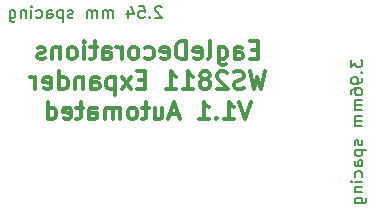
<source format=gbr>
G04 #@! TF.GenerationSoftware,KiCad,Pcbnew,(5.0.0)*
G04 #@! TF.CreationDate,2020-05-23T19:44:18-07:00*
G04 #@! TF.ProjectId,WS2811 Expander,57533238313120457870616E6465722E,rev?*
G04 #@! TF.SameCoordinates,Original*
G04 #@! TF.FileFunction,Legend,Bot*
G04 #@! TF.FilePolarity,Positive*
%FSLAX46Y46*%
G04 Gerber Fmt 4.6, Leading zero omitted, Abs format (unit mm)*
G04 Created by KiCad (PCBNEW (5.0.0)) date 05/23/20 19:44:18*
%MOMM*%
%LPD*%
G01*
G04 APERTURE LIST*
%ADD10C,0.150000*%
%ADD11C,0.300000*%
G04 APERTURE END LIST*
D10*
X150932380Y-26937619D02*
X150884761Y-26890000D01*
X150789523Y-26842380D01*
X150551428Y-26842380D01*
X150456190Y-26890000D01*
X150408571Y-26937619D01*
X150360952Y-27032857D01*
X150360952Y-27128095D01*
X150408571Y-27270952D01*
X150980000Y-27842380D01*
X150360952Y-27842380D01*
X149932380Y-27747142D02*
X149884761Y-27794761D01*
X149932380Y-27842380D01*
X149980000Y-27794761D01*
X149932380Y-27747142D01*
X149932380Y-27842380D01*
X148980000Y-26842380D02*
X149456190Y-26842380D01*
X149503809Y-27318571D01*
X149456190Y-27270952D01*
X149360952Y-27223333D01*
X149122857Y-27223333D01*
X149027619Y-27270952D01*
X148980000Y-27318571D01*
X148932380Y-27413809D01*
X148932380Y-27651904D01*
X148980000Y-27747142D01*
X149027619Y-27794761D01*
X149122857Y-27842380D01*
X149360952Y-27842380D01*
X149456190Y-27794761D01*
X149503809Y-27747142D01*
X148075238Y-27175714D02*
X148075238Y-27842380D01*
X148313333Y-26794761D02*
X148551428Y-27509047D01*
X147932380Y-27509047D01*
X146789523Y-27842380D02*
X146789523Y-27175714D01*
X146789523Y-27270952D02*
X146741904Y-27223333D01*
X146646666Y-27175714D01*
X146503809Y-27175714D01*
X146408571Y-27223333D01*
X146360952Y-27318571D01*
X146360952Y-27842380D01*
X146360952Y-27318571D02*
X146313333Y-27223333D01*
X146218095Y-27175714D01*
X146075238Y-27175714D01*
X145980000Y-27223333D01*
X145932380Y-27318571D01*
X145932380Y-27842380D01*
X145456190Y-27842380D02*
X145456190Y-27175714D01*
X145456190Y-27270952D02*
X145408571Y-27223333D01*
X145313333Y-27175714D01*
X145170476Y-27175714D01*
X145075238Y-27223333D01*
X145027619Y-27318571D01*
X145027619Y-27842380D01*
X145027619Y-27318571D02*
X144980000Y-27223333D01*
X144884761Y-27175714D01*
X144741904Y-27175714D01*
X144646666Y-27223333D01*
X144599047Y-27318571D01*
X144599047Y-27842380D01*
X143408571Y-27794761D02*
X143313333Y-27842380D01*
X143122857Y-27842380D01*
X143027619Y-27794761D01*
X142980000Y-27699523D01*
X142980000Y-27651904D01*
X143027619Y-27556666D01*
X143122857Y-27509047D01*
X143265714Y-27509047D01*
X143360952Y-27461428D01*
X143408571Y-27366190D01*
X143408571Y-27318571D01*
X143360952Y-27223333D01*
X143265714Y-27175714D01*
X143122857Y-27175714D01*
X143027619Y-27223333D01*
X142551428Y-27175714D02*
X142551428Y-28175714D01*
X142551428Y-27223333D02*
X142456190Y-27175714D01*
X142265714Y-27175714D01*
X142170476Y-27223333D01*
X142122857Y-27270952D01*
X142075238Y-27366190D01*
X142075238Y-27651904D01*
X142122857Y-27747142D01*
X142170476Y-27794761D01*
X142265714Y-27842380D01*
X142456190Y-27842380D01*
X142551428Y-27794761D01*
X141218095Y-27842380D02*
X141218095Y-27318571D01*
X141265714Y-27223333D01*
X141360952Y-27175714D01*
X141551428Y-27175714D01*
X141646666Y-27223333D01*
X141218095Y-27794761D02*
X141313333Y-27842380D01*
X141551428Y-27842380D01*
X141646666Y-27794761D01*
X141694285Y-27699523D01*
X141694285Y-27604285D01*
X141646666Y-27509047D01*
X141551428Y-27461428D01*
X141313333Y-27461428D01*
X141218095Y-27413809D01*
X140313333Y-27794761D02*
X140408571Y-27842380D01*
X140599047Y-27842380D01*
X140694285Y-27794761D01*
X140741904Y-27747142D01*
X140789523Y-27651904D01*
X140789523Y-27366190D01*
X140741904Y-27270952D01*
X140694285Y-27223333D01*
X140599047Y-27175714D01*
X140408571Y-27175714D01*
X140313333Y-27223333D01*
X139884761Y-27842380D02*
X139884761Y-27175714D01*
X139884761Y-26842380D02*
X139932380Y-26890000D01*
X139884761Y-26937619D01*
X139837142Y-26890000D01*
X139884761Y-26842380D01*
X139884761Y-26937619D01*
X139408571Y-27175714D02*
X139408571Y-27842380D01*
X139408571Y-27270952D02*
X139360952Y-27223333D01*
X139265714Y-27175714D01*
X139122857Y-27175714D01*
X139027619Y-27223333D01*
X138980000Y-27318571D01*
X138980000Y-27842380D01*
X138075238Y-27175714D02*
X138075238Y-27985238D01*
X138122857Y-28080476D01*
X138170476Y-28128095D01*
X138265714Y-28175714D01*
X138408571Y-28175714D01*
X138503809Y-28128095D01*
X138075238Y-27794761D02*
X138170476Y-27842380D01*
X138360952Y-27842380D01*
X138456190Y-27794761D01*
X138503809Y-27747142D01*
X138551428Y-27651904D01*
X138551428Y-27366190D01*
X138503809Y-27270952D01*
X138456190Y-27223333D01*
X138360952Y-27175714D01*
X138170476Y-27175714D01*
X138075238Y-27223333D01*
X166922380Y-31370952D02*
X166922380Y-31990000D01*
X167303333Y-31656666D01*
X167303333Y-31799523D01*
X167350952Y-31894761D01*
X167398571Y-31942380D01*
X167493809Y-31990000D01*
X167731904Y-31990000D01*
X167827142Y-31942380D01*
X167874761Y-31894761D01*
X167922380Y-31799523D01*
X167922380Y-31513809D01*
X167874761Y-31418571D01*
X167827142Y-31370952D01*
X167827142Y-32418571D02*
X167874761Y-32466190D01*
X167922380Y-32418571D01*
X167874761Y-32370952D01*
X167827142Y-32418571D01*
X167922380Y-32418571D01*
X167922380Y-32942380D02*
X167922380Y-33132857D01*
X167874761Y-33228095D01*
X167827142Y-33275714D01*
X167684285Y-33370952D01*
X167493809Y-33418571D01*
X167112857Y-33418571D01*
X167017619Y-33370952D01*
X166970000Y-33323333D01*
X166922380Y-33228095D01*
X166922380Y-33037619D01*
X166970000Y-32942380D01*
X167017619Y-32894761D01*
X167112857Y-32847142D01*
X167350952Y-32847142D01*
X167446190Y-32894761D01*
X167493809Y-32942380D01*
X167541428Y-33037619D01*
X167541428Y-33228095D01*
X167493809Y-33323333D01*
X167446190Y-33370952D01*
X167350952Y-33418571D01*
X166922380Y-34275714D02*
X166922380Y-34085238D01*
X166970000Y-33990000D01*
X167017619Y-33942380D01*
X167160476Y-33847142D01*
X167350952Y-33799523D01*
X167731904Y-33799523D01*
X167827142Y-33847142D01*
X167874761Y-33894761D01*
X167922380Y-33990000D01*
X167922380Y-34180476D01*
X167874761Y-34275714D01*
X167827142Y-34323333D01*
X167731904Y-34370952D01*
X167493809Y-34370952D01*
X167398571Y-34323333D01*
X167350952Y-34275714D01*
X167303333Y-34180476D01*
X167303333Y-33990000D01*
X167350952Y-33894761D01*
X167398571Y-33847142D01*
X167493809Y-33799523D01*
X167922380Y-34799523D02*
X167255714Y-34799523D01*
X167350952Y-34799523D02*
X167303333Y-34847142D01*
X167255714Y-34942380D01*
X167255714Y-35085238D01*
X167303333Y-35180476D01*
X167398571Y-35228095D01*
X167922380Y-35228095D01*
X167398571Y-35228095D02*
X167303333Y-35275714D01*
X167255714Y-35370952D01*
X167255714Y-35513809D01*
X167303333Y-35609047D01*
X167398571Y-35656666D01*
X167922380Y-35656666D01*
X167922380Y-36132857D02*
X167255714Y-36132857D01*
X167350952Y-36132857D02*
X167303333Y-36180476D01*
X167255714Y-36275714D01*
X167255714Y-36418571D01*
X167303333Y-36513809D01*
X167398571Y-36561428D01*
X167922380Y-36561428D01*
X167398571Y-36561428D02*
X167303333Y-36609047D01*
X167255714Y-36704285D01*
X167255714Y-36847142D01*
X167303333Y-36942380D01*
X167398571Y-36990000D01*
X167922380Y-36990000D01*
X167874761Y-38180476D02*
X167922380Y-38275714D01*
X167922380Y-38466190D01*
X167874761Y-38561428D01*
X167779523Y-38609047D01*
X167731904Y-38609047D01*
X167636666Y-38561428D01*
X167589047Y-38466190D01*
X167589047Y-38323333D01*
X167541428Y-38228095D01*
X167446190Y-38180476D01*
X167398571Y-38180476D01*
X167303333Y-38228095D01*
X167255714Y-38323333D01*
X167255714Y-38466190D01*
X167303333Y-38561428D01*
X167255714Y-39037619D02*
X168255714Y-39037619D01*
X167303333Y-39037619D02*
X167255714Y-39132857D01*
X167255714Y-39323333D01*
X167303333Y-39418571D01*
X167350952Y-39466190D01*
X167446190Y-39513809D01*
X167731904Y-39513809D01*
X167827142Y-39466190D01*
X167874761Y-39418571D01*
X167922380Y-39323333D01*
X167922380Y-39132857D01*
X167874761Y-39037619D01*
X167922380Y-40370952D02*
X167398571Y-40370952D01*
X167303333Y-40323333D01*
X167255714Y-40228095D01*
X167255714Y-40037619D01*
X167303333Y-39942380D01*
X167874761Y-40370952D02*
X167922380Y-40275714D01*
X167922380Y-40037619D01*
X167874761Y-39942380D01*
X167779523Y-39894761D01*
X167684285Y-39894761D01*
X167589047Y-39942380D01*
X167541428Y-40037619D01*
X167541428Y-40275714D01*
X167493809Y-40370952D01*
X167874761Y-41275714D02*
X167922380Y-41180476D01*
X167922380Y-40990000D01*
X167874761Y-40894761D01*
X167827142Y-40847142D01*
X167731904Y-40799523D01*
X167446190Y-40799523D01*
X167350952Y-40847142D01*
X167303333Y-40894761D01*
X167255714Y-40990000D01*
X167255714Y-41180476D01*
X167303333Y-41275714D01*
X167922380Y-41704285D02*
X167255714Y-41704285D01*
X166922380Y-41704285D02*
X166970000Y-41656666D01*
X167017619Y-41704285D01*
X166970000Y-41751904D01*
X166922380Y-41704285D01*
X167017619Y-41704285D01*
X167255714Y-42180476D02*
X167922380Y-42180476D01*
X167350952Y-42180476D02*
X167303333Y-42228095D01*
X167255714Y-42323333D01*
X167255714Y-42466190D01*
X167303333Y-42561428D01*
X167398571Y-42609047D01*
X167922380Y-42609047D01*
X167255714Y-43513809D02*
X168065238Y-43513809D01*
X168160476Y-43466190D01*
X168208095Y-43418571D01*
X168255714Y-43323333D01*
X168255714Y-43180476D01*
X168208095Y-43085238D01*
X167874761Y-43513809D02*
X167922380Y-43418571D01*
X167922380Y-43228095D01*
X167874761Y-43132857D01*
X167827142Y-43085238D01*
X167731904Y-43037619D01*
X167446190Y-43037619D01*
X167350952Y-43085238D01*
X167303333Y-43132857D01*
X167255714Y-43228095D01*
X167255714Y-43418571D01*
X167303333Y-43513809D01*
D11*
X159101428Y-30532857D02*
X158601428Y-30532857D01*
X158387142Y-31318571D02*
X159101428Y-31318571D01*
X159101428Y-29818571D01*
X158387142Y-29818571D01*
X157101428Y-31318571D02*
X157101428Y-30532857D01*
X157172857Y-30390000D01*
X157315714Y-30318571D01*
X157601428Y-30318571D01*
X157744285Y-30390000D01*
X157101428Y-31247142D02*
X157244285Y-31318571D01*
X157601428Y-31318571D01*
X157744285Y-31247142D01*
X157815714Y-31104285D01*
X157815714Y-30961428D01*
X157744285Y-30818571D01*
X157601428Y-30747142D01*
X157244285Y-30747142D01*
X157101428Y-30675714D01*
X155744285Y-30318571D02*
X155744285Y-31532857D01*
X155815714Y-31675714D01*
X155887142Y-31747142D01*
X156030000Y-31818571D01*
X156244285Y-31818571D01*
X156387142Y-31747142D01*
X155744285Y-31247142D02*
X155887142Y-31318571D01*
X156172857Y-31318571D01*
X156315714Y-31247142D01*
X156387142Y-31175714D01*
X156458571Y-31032857D01*
X156458571Y-30604285D01*
X156387142Y-30461428D01*
X156315714Y-30390000D01*
X156172857Y-30318571D01*
X155887142Y-30318571D01*
X155744285Y-30390000D01*
X154815714Y-31318571D02*
X154958571Y-31247142D01*
X155030000Y-31104285D01*
X155030000Y-29818571D01*
X153672857Y-31247142D02*
X153815714Y-31318571D01*
X154101428Y-31318571D01*
X154244285Y-31247142D01*
X154315714Y-31104285D01*
X154315714Y-30532857D01*
X154244285Y-30390000D01*
X154101428Y-30318571D01*
X153815714Y-30318571D01*
X153672857Y-30390000D01*
X153601428Y-30532857D01*
X153601428Y-30675714D01*
X154315714Y-30818571D01*
X152958571Y-31318571D02*
X152958571Y-29818571D01*
X152601428Y-29818571D01*
X152387142Y-29890000D01*
X152244285Y-30032857D01*
X152172857Y-30175714D01*
X152101428Y-30461428D01*
X152101428Y-30675714D01*
X152172857Y-30961428D01*
X152244285Y-31104285D01*
X152387142Y-31247142D01*
X152601428Y-31318571D01*
X152958571Y-31318571D01*
X150887142Y-31247142D02*
X151030000Y-31318571D01*
X151315714Y-31318571D01*
X151458571Y-31247142D01*
X151530000Y-31104285D01*
X151530000Y-30532857D01*
X151458571Y-30390000D01*
X151315714Y-30318571D01*
X151030000Y-30318571D01*
X150887142Y-30390000D01*
X150815714Y-30532857D01*
X150815714Y-30675714D01*
X151530000Y-30818571D01*
X149530000Y-31247142D02*
X149672857Y-31318571D01*
X149958571Y-31318571D01*
X150101428Y-31247142D01*
X150172857Y-31175714D01*
X150244285Y-31032857D01*
X150244285Y-30604285D01*
X150172857Y-30461428D01*
X150101428Y-30390000D01*
X149958571Y-30318571D01*
X149672857Y-30318571D01*
X149530000Y-30390000D01*
X148672857Y-31318571D02*
X148815714Y-31247142D01*
X148887142Y-31175714D01*
X148958571Y-31032857D01*
X148958571Y-30604285D01*
X148887142Y-30461428D01*
X148815714Y-30390000D01*
X148672857Y-30318571D01*
X148458571Y-30318571D01*
X148315714Y-30390000D01*
X148244285Y-30461428D01*
X148172857Y-30604285D01*
X148172857Y-31032857D01*
X148244285Y-31175714D01*
X148315714Y-31247142D01*
X148458571Y-31318571D01*
X148672857Y-31318571D01*
X147530000Y-31318571D02*
X147530000Y-30318571D01*
X147530000Y-30604285D02*
X147458571Y-30461428D01*
X147387142Y-30390000D01*
X147244285Y-30318571D01*
X147101428Y-30318571D01*
X145958571Y-31318571D02*
X145958571Y-30532857D01*
X146030000Y-30390000D01*
X146172857Y-30318571D01*
X146458571Y-30318571D01*
X146601428Y-30390000D01*
X145958571Y-31247142D02*
X146101428Y-31318571D01*
X146458571Y-31318571D01*
X146601428Y-31247142D01*
X146672857Y-31104285D01*
X146672857Y-30961428D01*
X146601428Y-30818571D01*
X146458571Y-30747142D01*
X146101428Y-30747142D01*
X145958571Y-30675714D01*
X145458571Y-30318571D02*
X144887142Y-30318571D01*
X145244285Y-29818571D02*
X145244285Y-31104285D01*
X145172857Y-31247142D01*
X145030000Y-31318571D01*
X144887142Y-31318571D01*
X144387142Y-31318571D02*
X144387142Y-30318571D01*
X144387142Y-29818571D02*
X144458571Y-29890000D01*
X144387142Y-29961428D01*
X144315714Y-29890000D01*
X144387142Y-29818571D01*
X144387142Y-29961428D01*
X143458571Y-31318571D02*
X143601428Y-31247142D01*
X143672857Y-31175714D01*
X143744285Y-31032857D01*
X143744285Y-30604285D01*
X143672857Y-30461428D01*
X143601428Y-30390000D01*
X143458571Y-30318571D01*
X143244285Y-30318571D01*
X143101428Y-30390000D01*
X143030000Y-30461428D01*
X142958571Y-30604285D01*
X142958571Y-31032857D01*
X143030000Y-31175714D01*
X143101428Y-31247142D01*
X143244285Y-31318571D01*
X143458571Y-31318571D01*
X142315714Y-30318571D02*
X142315714Y-31318571D01*
X142315714Y-30461428D02*
X142244285Y-30390000D01*
X142101428Y-30318571D01*
X141887142Y-30318571D01*
X141744285Y-30390000D01*
X141672857Y-30532857D01*
X141672857Y-31318571D01*
X141030000Y-31247142D02*
X140887142Y-31318571D01*
X140601428Y-31318571D01*
X140458571Y-31247142D01*
X140387142Y-31104285D01*
X140387142Y-31032857D01*
X140458571Y-30890000D01*
X140601428Y-30818571D01*
X140815714Y-30818571D01*
X140958571Y-30747142D01*
X141030000Y-30604285D01*
X141030000Y-30532857D01*
X140958571Y-30390000D01*
X140815714Y-30318571D01*
X140601428Y-30318571D01*
X140458571Y-30390000D01*
X159672857Y-32368571D02*
X159315714Y-33868571D01*
X159030000Y-32797142D01*
X158744285Y-33868571D01*
X158387142Y-32368571D01*
X157887142Y-33797142D02*
X157672857Y-33868571D01*
X157315714Y-33868571D01*
X157172857Y-33797142D01*
X157101428Y-33725714D01*
X157030000Y-33582857D01*
X157030000Y-33440000D01*
X157101428Y-33297142D01*
X157172857Y-33225714D01*
X157315714Y-33154285D01*
X157601428Y-33082857D01*
X157744285Y-33011428D01*
X157815714Y-32940000D01*
X157887142Y-32797142D01*
X157887142Y-32654285D01*
X157815714Y-32511428D01*
X157744285Y-32440000D01*
X157601428Y-32368571D01*
X157244285Y-32368571D01*
X157030000Y-32440000D01*
X156458571Y-32511428D02*
X156387142Y-32440000D01*
X156244285Y-32368571D01*
X155887142Y-32368571D01*
X155744285Y-32440000D01*
X155672857Y-32511428D01*
X155601428Y-32654285D01*
X155601428Y-32797142D01*
X155672857Y-33011428D01*
X156530000Y-33868571D01*
X155601428Y-33868571D01*
X154744285Y-33011428D02*
X154887142Y-32940000D01*
X154958571Y-32868571D01*
X155030000Y-32725714D01*
X155030000Y-32654285D01*
X154958571Y-32511428D01*
X154887142Y-32440000D01*
X154744285Y-32368571D01*
X154458571Y-32368571D01*
X154315714Y-32440000D01*
X154244285Y-32511428D01*
X154172857Y-32654285D01*
X154172857Y-32725714D01*
X154244285Y-32868571D01*
X154315714Y-32940000D01*
X154458571Y-33011428D01*
X154744285Y-33011428D01*
X154887142Y-33082857D01*
X154958571Y-33154285D01*
X155030000Y-33297142D01*
X155030000Y-33582857D01*
X154958571Y-33725714D01*
X154887142Y-33797142D01*
X154744285Y-33868571D01*
X154458571Y-33868571D01*
X154315714Y-33797142D01*
X154244285Y-33725714D01*
X154172857Y-33582857D01*
X154172857Y-33297142D01*
X154244285Y-33154285D01*
X154315714Y-33082857D01*
X154458571Y-33011428D01*
X152744285Y-33868571D02*
X153601428Y-33868571D01*
X153172857Y-33868571D02*
X153172857Y-32368571D01*
X153315714Y-32582857D01*
X153458571Y-32725714D01*
X153601428Y-32797142D01*
X151315714Y-33868571D02*
X152172857Y-33868571D01*
X151744285Y-33868571D02*
X151744285Y-32368571D01*
X151887142Y-32582857D01*
X152030000Y-32725714D01*
X152172857Y-32797142D01*
X149530000Y-33082857D02*
X149030000Y-33082857D01*
X148815714Y-33868571D02*
X149530000Y-33868571D01*
X149530000Y-32368571D01*
X148815714Y-32368571D01*
X148315714Y-33868571D02*
X147530000Y-32868571D01*
X148315714Y-32868571D02*
X147530000Y-33868571D01*
X146958571Y-32868571D02*
X146958571Y-34368571D01*
X146958571Y-32940000D02*
X146815714Y-32868571D01*
X146530000Y-32868571D01*
X146387142Y-32940000D01*
X146315714Y-33011428D01*
X146244285Y-33154285D01*
X146244285Y-33582857D01*
X146315714Y-33725714D01*
X146387142Y-33797142D01*
X146530000Y-33868571D01*
X146815714Y-33868571D01*
X146958571Y-33797142D01*
X144958571Y-33868571D02*
X144958571Y-33082857D01*
X145030000Y-32940000D01*
X145172857Y-32868571D01*
X145458571Y-32868571D01*
X145601428Y-32940000D01*
X144958571Y-33797142D02*
X145101428Y-33868571D01*
X145458571Y-33868571D01*
X145601428Y-33797142D01*
X145672857Y-33654285D01*
X145672857Y-33511428D01*
X145601428Y-33368571D01*
X145458571Y-33297142D01*
X145101428Y-33297142D01*
X144958571Y-33225714D01*
X144244285Y-32868571D02*
X144244285Y-33868571D01*
X144244285Y-33011428D02*
X144172857Y-32940000D01*
X144030000Y-32868571D01*
X143815714Y-32868571D01*
X143672857Y-32940000D01*
X143601428Y-33082857D01*
X143601428Y-33868571D01*
X142244285Y-33868571D02*
X142244285Y-32368571D01*
X142244285Y-33797142D02*
X142387142Y-33868571D01*
X142672857Y-33868571D01*
X142815714Y-33797142D01*
X142887142Y-33725714D01*
X142958571Y-33582857D01*
X142958571Y-33154285D01*
X142887142Y-33011428D01*
X142815714Y-32940000D01*
X142672857Y-32868571D01*
X142387142Y-32868571D01*
X142244285Y-32940000D01*
X140958571Y-33797142D02*
X141101428Y-33868571D01*
X141387142Y-33868571D01*
X141530000Y-33797142D01*
X141601428Y-33654285D01*
X141601428Y-33082857D01*
X141530000Y-32940000D01*
X141387142Y-32868571D01*
X141101428Y-32868571D01*
X140958571Y-32940000D01*
X140887142Y-33082857D01*
X140887142Y-33225714D01*
X141601428Y-33368571D01*
X140244285Y-33868571D02*
X140244285Y-32868571D01*
X140244285Y-33154285D02*
X140172857Y-33011428D01*
X140101428Y-32940000D01*
X139958571Y-32868571D01*
X139815714Y-32868571D01*
X158494285Y-34918571D02*
X157994285Y-36418571D01*
X157494285Y-34918571D01*
X156208571Y-36418571D02*
X157065714Y-36418571D01*
X156637142Y-36418571D02*
X156637142Y-34918571D01*
X156780000Y-35132857D01*
X156922857Y-35275714D01*
X157065714Y-35347142D01*
X155565714Y-36275714D02*
X155494285Y-36347142D01*
X155565714Y-36418571D01*
X155637142Y-36347142D01*
X155565714Y-36275714D01*
X155565714Y-36418571D01*
X154065714Y-36418571D02*
X154922857Y-36418571D01*
X154494285Y-36418571D02*
X154494285Y-34918571D01*
X154637142Y-35132857D01*
X154780000Y-35275714D01*
X154922857Y-35347142D01*
X152351428Y-35990000D02*
X151637142Y-35990000D01*
X152494285Y-36418571D02*
X151994285Y-34918571D01*
X151494285Y-36418571D01*
X150351428Y-35418571D02*
X150351428Y-36418571D01*
X150994285Y-35418571D02*
X150994285Y-36204285D01*
X150922857Y-36347142D01*
X150780000Y-36418571D01*
X150565714Y-36418571D01*
X150422857Y-36347142D01*
X150351428Y-36275714D01*
X149851428Y-35418571D02*
X149280000Y-35418571D01*
X149637142Y-34918571D02*
X149637142Y-36204285D01*
X149565714Y-36347142D01*
X149422857Y-36418571D01*
X149280000Y-36418571D01*
X148565714Y-36418571D02*
X148708571Y-36347142D01*
X148780000Y-36275714D01*
X148851428Y-36132857D01*
X148851428Y-35704285D01*
X148780000Y-35561428D01*
X148708571Y-35490000D01*
X148565714Y-35418571D01*
X148351428Y-35418571D01*
X148208571Y-35490000D01*
X148137142Y-35561428D01*
X148065714Y-35704285D01*
X148065714Y-36132857D01*
X148137142Y-36275714D01*
X148208571Y-36347142D01*
X148351428Y-36418571D01*
X148565714Y-36418571D01*
X147422857Y-36418571D02*
X147422857Y-35418571D01*
X147422857Y-35561428D02*
X147351428Y-35490000D01*
X147208571Y-35418571D01*
X146994285Y-35418571D01*
X146851428Y-35490000D01*
X146780000Y-35632857D01*
X146780000Y-36418571D01*
X146780000Y-35632857D02*
X146708571Y-35490000D01*
X146565714Y-35418571D01*
X146351428Y-35418571D01*
X146208571Y-35490000D01*
X146137142Y-35632857D01*
X146137142Y-36418571D01*
X144780000Y-36418571D02*
X144780000Y-35632857D01*
X144851428Y-35490000D01*
X144994285Y-35418571D01*
X145280000Y-35418571D01*
X145422857Y-35490000D01*
X144780000Y-36347142D02*
X144922857Y-36418571D01*
X145280000Y-36418571D01*
X145422857Y-36347142D01*
X145494285Y-36204285D01*
X145494285Y-36061428D01*
X145422857Y-35918571D01*
X145280000Y-35847142D01*
X144922857Y-35847142D01*
X144780000Y-35775714D01*
X144280000Y-35418571D02*
X143708571Y-35418571D01*
X144065714Y-34918571D02*
X144065714Y-36204285D01*
X143994285Y-36347142D01*
X143851428Y-36418571D01*
X143708571Y-36418571D01*
X142637142Y-36347142D02*
X142780000Y-36418571D01*
X143065714Y-36418571D01*
X143208571Y-36347142D01*
X143280000Y-36204285D01*
X143280000Y-35632857D01*
X143208571Y-35490000D01*
X143065714Y-35418571D01*
X142780000Y-35418571D01*
X142637142Y-35490000D01*
X142565714Y-35632857D01*
X142565714Y-35775714D01*
X143280000Y-35918571D01*
X141280000Y-36418571D02*
X141280000Y-34918571D01*
X141280000Y-36347142D02*
X141422857Y-36418571D01*
X141708571Y-36418571D01*
X141851428Y-36347142D01*
X141922857Y-36275714D01*
X141994285Y-36132857D01*
X141994285Y-35704285D01*
X141922857Y-35561428D01*
X141851428Y-35490000D01*
X141708571Y-35418571D01*
X141422857Y-35418571D01*
X141280000Y-35490000D01*
M02*

</source>
